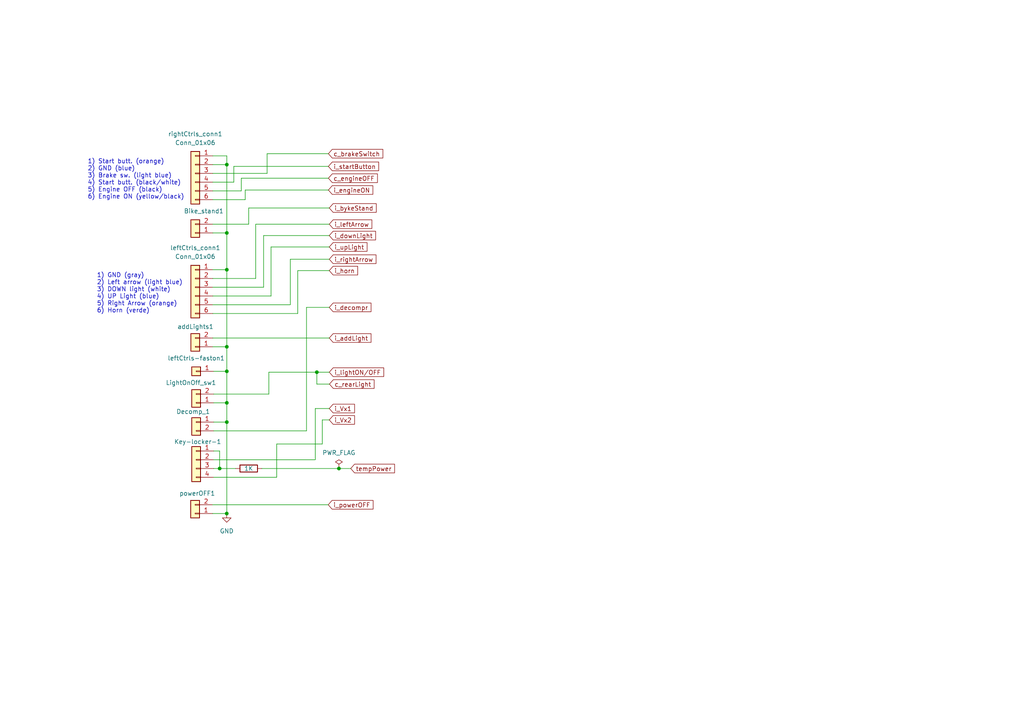
<source format=kicad_sch>
(kicad_sch (version 20231120) (generator "eeschema") (generator_version "8.0")
  (paper "A4")
  (title_block (title "Motorbike lights and services controller") (rev "4.0") (company "Panicosoft") (comment 1 "Logic controller unit") (comment 2 "Motorbiker's buttons and switches controls"))
  (lib_symbols
    (symbol "Connector_Generic:Conn_01x01" (pin_names (offset 1.016) hide)
      (property "Reference" "J" (at 0 2.54 0))
      (property "Value" "Conn_01x01" (at 0 -2.54 0))
      (symbol "Conn_01x01_1_1"
        (rectangle (start -1.27 0.127) (end 0 -0.127) (stroke (width 0.1524)))
        (rectangle (start -1.27 1.27) (end 1.27 -1.27) (stroke (width 0.254)) (fill (type background)))
        (pin passive line (at -5.08 0 0) (length 3.81) (name "Pin_1") (number "1"))
      )
    )
    (symbol "Connector_Generic:Conn_01x02" (pin_names (offset 1.016) hide)
      (property "Reference" "J" (at 0 2.54 0))
      (property "Value" "Conn_01x02" (at 0 -5.08 0))
      (symbol "Conn_01x02_1_1"
        (rectangle (start -1.27 -2.413) (end 0 -2.667) (stroke (width 0.1524)))
        (rectangle (start -1.27 0.127) (end 0 -0.127) (stroke (width 0.1524)))
        (rectangle (start -1.27 1.27) (end 1.27 -3.81) (stroke (width 0.254)) (fill (type background)))
        (pin passive line (at -5.08 0 0) (length 3.81) (name "Pin_1") (number "1"))
        (pin passive line (at -5.08 -2.54 0) (length 3.81) (name "Pin_2") (number "2"))
      )
    )
    (symbol "Connector_Generic:Conn_01x04" (pin_names (offset 1.016) hide)
      (property "Reference" "J" (at 0 5.08 0))
      (property "Value" "Conn_01x04" (at 0 -7.62 0))
      (symbol "Conn_01x04_1_1"
        (rectangle (start -1.27 -4.953) (end 0 -5.207) (stroke (width 0.1524)))
        (rectangle (start -1.27 -2.413) (end 0 -2.667) (stroke (width 0.1524)))
        (rectangle (start -1.27 0.127) (end 0 -0.127) (stroke (width 0.1524)))
        (rectangle (start -1.27 2.667) (end 0 2.413) (stroke (width 0.1524)))
        (rectangle (start -1.27 3.81) (end 1.27 -6.35) (stroke (width 0.254)) (fill (type background)))
        (pin passive line (at -5.08 2.54 0) (length 3.81) (name "Pin_1") (number "1"))
        (pin passive line (at -5.08 0 0) (length 3.81) (name "Pin_2") (number "2"))
        (pin passive line (at -5.08 -2.54 0) (length 3.81) (name "Pin_3") (number "3"))
        (pin passive line (at -5.08 -5.08 0) (length 3.81) (name "Pin_4") (number "4"))
      )
    )
    (symbol "Connector_Generic:Conn_01x06" (pin_names (offset 1.016) hide)
      (property "Reference" "J" (at 0 7.62 0))
      (property "Value" "Conn_01x06" (at 0 -10.16 0))
      (symbol "Conn_01x06_1_1"
        (rectangle (start -1.27 -7.493) (end 0 -7.747) (stroke (width 0.1524)))
        (rectangle (start -1.27 -4.953) (end 0 -5.207) (stroke (width 0.1524)))
        (rectangle (start -1.27 -2.413) (end 0 -2.667) (stroke (width 0.1524)))
        (rectangle (start -1.27 0.127) (end 0 -0.127) (stroke (width 0.1524)))
        (rectangle (start -1.27 2.667) (end 0 2.413) (stroke (width 0.1524)))
        (rectangle (start -1.27 5.207) (end 0 4.953) (stroke (width 0.1524)))
        (rectangle (start -1.27 6.35) (end 1.27 -8.89) (stroke (width 0.254)) (fill (type background)))
        (pin passive line (at -5.08 5.08 0) (length 3.81) (name "Pin_1") (number "1"))
        (pin passive line (at -5.08 2.54 0) (length 3.81) (name "Pin_2") (number "2"))
        (pin passive line (at -5.08 0 0) (length 3.81) (name "Pin_3") (number "3"))
        (pin passive line (at -5.08 -2.54 0) (length 3.81) (name "Pin_4") (number "4"))
        (pin passive line (at -5.08 -5.08 0) (length 3.81) (name "Pin_5") (number "5"))
        (pin passive line (at -5.08 -7.62 0) (length 3.81) (name "Pin_6") (number "6"))
      )
    )
    (symbol "Device:R" (pin_numbers hide) (pin_names (offset 0))
      (property "Reference" "R" (at 2.032 0 90))
      (property "Value" "R" (at 0 0 90))
      (symbol "R_0_1"
        (rectangle (start -1.016 -2.54) (end 1.016 2.54) (stroke (width 0.254)))
      )
      (symbol "R_1_1"
        (pin passive line (at 0 3.81 270) (length 1.27) (name "~") (number "1"))
        (pin passive line (at 0 -3.81 90) (length 1.27) (name "~") (number "2"))
      )
    )
    (symbol "power:GND" (power) (pin_names (offset 0))
      (property "Value" "GND" (at 0 -3.81 0))
      (symbol "GND_0_1"
        (polyline (pts (xy 0 0) (xy 0 -1.27) (xy 1.27 -1.27) (xy 0 -2.54) (xy -1.27 -1.27) (xy 0 -1.27)))
      )
      (symbol "GND_1_1"
        (pin power_in line (at 0 0 270) (length 0) hide (name "GND") (number "1"))
      )
    )
    (symbol "power:PWR_FLAG" (power) (pin_numbers hide) (pin_names (offset 0) hide)
      (property "Value" "PWR_FLAG" (at 0 3.81 0))
      (symbol "PWR_FLAG_0_0"
        (pin power_out line (at 0 0 90) (length 0) (name "pwr") (number "1"))
      )
      (symbol "PWR_FLAG_0_1"
        (polyline (pts (xy 0 0) (xy 0 1.27) (xy -1.016 1.905) (xy 0 2.54) (xy 1.016 1.905) (xy 0 1.27)))
      )
    )
  )
  (junction (at 65.786 116.84))
  (junction (at 65.786 122.428))
  (junction (at 65.786 100.584))
  (junction (at 65.786 47.752))
  (junction (at 91.8972 107.95))
  (junction (at 65.786 107.696))
  (junction (at 65.786 78.232))
  (junction (at 65.786 67.564))
  (junction (at 65.7606 148.9456))
  (junction (at 98.298 135.89))
  (junction (at 63.7032 135.89))
  (wire (pts (xy 75.946 135.89) (xy 98.298 135.89)))
  (wire (pts (xy 91.44 133.35) (xy 91.44 118.491)))
  (wire (pts (xy 88.9 89.154) (xy 95.504 89.154)))
  (wire (pts (xy 61.976 130.81) (xy 63.7032 130.81)))
  (wire (pts (xy 77.978 107.95) (xy 77.978 114.3)))
  (wire (pts (xy 74.168 65.024) (xy 95.504 65.024)))
  (wire (pts (xy 65.786 116.84) (xy 65.786 107.696)))
  (wire (pts (xy 61.722 78.232) (xy 65.786 78.232)))
  (wire (pts (xy 91.8972 107.95) (xy 95.504 107.95)))
  (wire (pts (xy 65.786 107.696) (xy 65.786 100.584)))
  (wire (pts (xy 71.12 55.118) (xy 95.25 55.118)))
  (wire (pts (xy 61.976 138.43) (xy 80.264 138.43)))
  (wire (pts (xy 84.201 75.184) (xy 84.201 88.392)))
  (wire (pts (xy 61.722 85.852) (xy 78.613 85.852)))
  (wire (pts (xy 76.454 68.326) (xy 76.454 83.312)))
  (wire (pts (xy 65.786 45.212) (xy 61.722 45.212)))
  (wire (pts (xy 98.298 135.89) (xy 101.727 135.89)))
  (wire (pts (xy 77.47 50.292) (xy 77.47 44.577)))
  (wire (pts (xy 95.5548 111.4044) (xy 91.8972 111.4044)))
  (wire (pts (xy 61.722 98.044) (xy 95.504 98.044)))
  (wire (pts (xy 67.818 52.832) (xy 61.722 52.832)))
  (wire (pts (xy 95.1992 146.4056) (xy 61.6712 146.4056)))
  (wire (pts (xy 61.722 55.372) (xy 69.977 55.372)))
  (wire (pts (xy 91.44 118.491) (xy 95.504 118.491)))
  (wire (pts (xy 65.7606 148.9456) (xy 65.786 148.9456)))
  (wire (pts (xy 93.472 121.793) (xy 95.504 121.793)))
  (wire (pts (xy 61.976 114.3) (xy 77.978 114.3)))
  (wire (pts (xy 65.786 122.428) (xy 65.786 148.9456)))
  (wire (pts (xy 61.6712 148.9456) (xy 65.7606 148.9456)))
  (wire (pts (xy 77.47 44.577) (xy 95.25 44.577)))
  (wire (pts (xy 65.786 78.232) (xy 65.786 100.584)))
  (wire (pts (xy 72.136 60.325) (xy 95.504 60.325)))
  (wire (pts (xy 61.976 107.696) (xy 65.786 107.696)))
  (wire (pts (xy 61.976 116.84) (xy 65.786 116.84)))
  (wire (pts (xy 65.786 67.564) (xy 65.786 78.232)))
  (wire (pts (xy 61.722 47.752) (xy 65.786 47.752)))
  (wire (pts (xy 65.786 67.564) (xy 61.722 67.564)))
  (wire (pts (xy 61.722 80.772) (xy 74.168 80.772)))
  (wire (pts (xy 67.818 48.26) (xy 95.25 48.26)))
  (wire (pts (xy 88.9 89.154) (xy 88.9 124.968)))
  (wire (pts (xy 67.818 48.26) (xy 67.818 52.832)))
  (wire (pts (xy 61.976 122.428) (xy 65.786 122.428)))
  (wire (pts (xy 65.786 47.752) (xy 65.786 45.212)))
  (wire (pts (xy 76.454 68.326) (xy 95.504 68.326)))
  (wire (pts (xy 65.786 116.84) (xy 65.786 122.428)))
  (wire (pts (xy 63.7032 135.89) (xy 68.326 135.89)))
  (wire (pts (xy 61.722 65.024) (xy 72.136 65.024)))
  (wire (pts (xy 71.12 55.118) (xy 71.12 57.912)))
  (wire (pts (xy 63.7032 130.81) (xy 63.7032 135.89)))
  (wire (pts (xy 65.786 47.752) (xy 65.786 67.564)))
  (wire (pts (xy 61.722 88.392) (xy 84.201 88.392)))
  (wire (pts (xy 80.264 128.778) (xy 93.472 128.778)))
  (wire (pts (xy 93.472 128.778) (xy 93.472 121.793)))
  (wire (pts (xy 91.8972 111.4044) (xy 91.8972 107.95)))
  (wire (pts (xy 61.976 135.89) (xy 63.7032 135.89)))
  (wire (pts (xy 69.977 55.372) (xy 69.977 51.689)))
  (wire (pts (xy 88.9 124.968) (xy 61.976 124.968)))
  (wire (pts (xy 78.613 71.628) (xy 95.504 71.628)))
  (wire (pts (xy 61.722 83.312) (xy 76.454 83.312)))
  (wire (pts (xy 61.722 50.292) (xy 77.47 50.292)))
  (wire (pts (xy 61.976 133.35) (xy 91.44 133.35)))
  (wire (pts (xy 77.978 107.95) (xy 91.8972 107.95)))
  (wire (pts (xy 71.12 57.912) (xy 61.722 57.912)))
  (wire (pts (xy 84.201 75.184) (xy 95.504 75.184)))
  (wire (pts (xy 80.264 138.43) (xy 80.264 128.778)))
  (wire (pts (xy 86.36 78.486) (xy 95.504 78.486)))
  (wire (pts (xy 74.168 80.772) (xy 74.168 65.024)))
  (wire (pts (xy 78.613 85.852) (xy 78.613 71.628)))
  (wire (pts (xy 61.722 100.584) (xy 65.786 100.584)))
  (wire (pts (xy 86.36 78.486) (xy 86.36 90.932)))
  (wire (pts (xy 61.722 90.932) (xy 86.36 90.932)))
  (wire (pts (xy 72.136 65.024) (xy 72.136 60.325)))
  (wire (pts (xy 69.977 51.689) (xy 95.25 51.689)))
  (text "1) Start butt. (orange)\n2) GND (blue)\n3) Brake sw. (light blue)\n4) Start butt. (black/white)\n5) Engine OFF (black)\n6) Engine ON (yellow/black)" (at 25.4 57.912 0) (effects (font (size 1.27 1.27)) (justify left bottom)))
  (text "1) GND (gray)\n2) Left arrow (light blue)\n3) DOWN light (white)\n4) UP Light (blue)\n5) Right Arrow (orange)\n6) Horn (verde)" (at 28.067 90.932 0) (effects (font (size 1.27 1.27)) (justify left bottom)))
  (global_label "i_powerOFF" (shape input) (at 95.1992 146.4056 0) (property "Intersheetrefs" "${INTERSHEET_REFS}" (effects (hide yes))) (property "Riferimenti inter-foglio" "${INTERSHEET_REFS}" (effects (hide yes))))
  (global_label "c_engineOFF" (shape input) (at 95.25 51.689 0) (property "Intersheetrefs" "${INTERSHEET_REFS}" (effects (hide yes))) (property "Riferimenti inter-foglio" "${INTERSHEET_REFS}" (effects (hide yes))))
  (global_label "i_Vx1" (shape input) (at 95.504 118.491 0) (property "Intersheetrefs" "${INTERSHEET_REFS}" (effects (hide yes))) (property "Riferimenti inter-foglio" "${INTERSHEET_REFS}" (effects (hide yes))))
  (global_label "c_brakeSwitch" (shape input) (at 95.25 44.577 0) (property "Intersheetrefs" "${INTERSHEET_REFS}" (effects (hide yes))) (property "Riferimenti inter-foglio" "${INTERSHEET_REFS}" (effects (hide yes))))
  (global_label "i_upLight" (shape input) (at 95.504 71.628 0) (property "Intersheetrefs" "${INTERSHEET_REFS}" (effects (hide yes))) (property "Riferimenti inter-foglio" "${INTERSHEET_REFS}" (effects (hide yes))))
  (global_label "i_addLight" (shape input) (at 95.504 98.044 0) (property "Intersheetrefs" "${INTERSHEET_REFS}" (effects (hide yes))) (property "Riferimenti inter-foglio" "${INTERSHEET_REFS}" (effects (hide yes))))
  (global_label "i_startButton" (shape input) (at 95.25 48.26 0) (property "Intersheetrefs" "${INTERSHEET_REFS}" (effects (hide yes))) (property "Riferimenti inter-foglio" "${INTERSHEET_REFS}" (effects (hide yes))))
  (global_label "i_downLight" (shape input) (at 95.504 68.326 0) (property "Intersheetrefs" "${INTERSHEET_REFS}" (effects (hide yes))) (property "Riferimenti inter-foglio" "${INTERSHEET_REFS}" (effects (hide yes))))
  (global_label "i_engineON" (shape input) (at 95.25 55.118 0) (property "Intersheetrefs" "${INTERSHEET_REFS}" (effects (hide yes))) (property "Riferimenti inter-foglio" "${INTERSHEET_REFS}" (effects (hide yes))))
  (global_label "i_Vx2" (shape input) (at 95.504 121.793 0) (property "Intersheetrefs" "${INTERSHEET_REFS}" (effects (hide yes))) (property "Riferimenti inter-foglio" "${INTERSHEET_REFS}" (effects (hide yes))))
  (global_label "i_leftArrow" (shape input) (at 95.504 65.024 0) (property "Intersheetrefs" "${INTERSHEET_REFS}" (effects (hide yes))) (property "Riferimenti inter-foglio" "${INTERSHEET_REFS}" (effects (hide yes))))
  (global_label "i_rightArrow" (shape input) (at 95.504 75.184 0) (property "Intersheetrefs" "${INTERSHEET_REFS}" (effects (hide yes))) (property "Riferimenti inter-foglio" "${INTERSHEET_REFS}" (effects (hide yes))))
  (global_label "i_bykeStand" (shape input) (at 95.504 60.325 0) (property "Intersheetrefs" "${INTERSHEET_REFS}" (effects (hide yes))) (property "Riferimenti inter-foglio" "${INTERSHEET_REFS}" (effects (hide yes))))
  (global_label "i_horn" (shape input) (at 95.504 78.486 0) (property "Intersheetrefs" "${INTERSHEET_REFS}" (effects (hide yes))) (property "Riferimenti inter-foglio" "${INTERSHEET_REFS}" (effects (hide yes))))
  (global_label "c_rearLight" (shape input) (at 95.5548 111.4044 0) (property "Intersheetrefs" "${INTERSHEET_REFS}" (effects (hide yes))) (property "Riferimenti inter-foglio" "${INTERSHEET_REFS}" (effects (hide yes))))
  (global_label "i_decompr" (shape input) (at 95.504 89.154 0) (property "Intersheetrefs" "${INTERSHEET_REFS}" (effects (hide yes))) (property "Riferimenti inter-foglio" "${INTERSHEET_REFS}" (effects (hide yes))))
  (global_label "i_lightON{slash}OFF" (shape input) (at 95.504 107.95 0) (property "Intersheetrefs" "${INTERSHEET_REFS}" (effects (hide yes))) (property "Riferimenti inter-foglio" "${INTERSHEET_REFS}" (effects (hide yes))))
  (global_label "tempPower" (shape input) (at 101.727 135.89 0) (property "Intersheetrefs" "${INTERSHEET_REFS}" (effects (hide yes))) (property "Riferimenti inter-foglio" "${INTERSHEET_REFS}" (effects (hide yes))))
  (symbol (lib_id "Connector_Generic:Conn_01x02") (at 56.642 67.564 180) (unit 1)
    (property "Reference" "Bike_stand1" (at 64.897 61.214 0) (effects (justify left)))
    (property "Value" "Conn_01x02" (effects (hide yes)))
    (property "Footprint" "Connector_Wire:SolderWire-0.15sqmm_1x02_P4mm_D0.5mm_OD1.5mm" (effects (hide yes)))
  )
  (symbol (lib_id "Connector_Generic:Conn_01x02") (at 56.896 116.84 180) (unit 1)
    (property "Reference" "LightOnOff_sw1" (at 62.738 110.998 0) (effects (justify left)))
    (property "Value" "Conn_01x02" (effects (hide yes)))
    (property "Footprint" "Connector_Wire:SolderWire-0.15sqmm_1x02_P4mm_D0.5mm_OD1.5mm" (effects (hide yes)))
  )
  (symbol (lib_id "power:GND") (at 65.7606 148.9456 0) (unit 1)
    (property "Reference" "#PWR0108" (effects (hide yes)))
    (property "Value" "GND" (at 65.7606 154.0256 0))
  )
  (symbol (lib_id "Connector_Generic:Conn_01x06") (at 56.642 83.312 0) (mirror y) (unit 1)
    (property "Reference" "leftCtrls_conn1" (at 56.642 71.882 0))
    (property "Value" "Conn_01x06" (at 56.642 74.422 0))
    (property "Footprint" "Connector_Wire:SolderWire-0.25sqmm_1x06_P4.2mm_D0.65mm_OD1.7mm" (effects (hide yes)))
  )
  (symbol (lib_id "Connector_Generic:Conn_01x02") (at 56.642 100.584 180) (unit 1)
    (property "Reference" "addLights1" (at 61.976 94.742 0) (effects (justify left)))
    (property "Value" "Conn_01x02" (effects (hide yes)))
    (property "Footprint" "Connector_Wire:SolderWire-0.15sqmm_1x02_P4mm_D0.5mm_OD1.5mm" (effects (hide yes)))
  )
  (symbol (lib_id "Connector_Generic:Conn_01x02") (at 56.896 122.428 0) (mirror y) (unit 1)
    (property "Reference" "Decomp_1" (at 60.96 119.38 0) (effects (justify left)))
    (property "Value" "Conn_01x02" (effects (hide yes)))
    (property "Footprint" "Connector_Wire:SolderWire-0.15sqmm_1x02_P4mm_D0.5mm_OD1.5mm" (effects (hide yes)))
  )
  (symbol (lib_id "Connector_Generic:Conn_01x01") (at 56.896 107.696 180) (unit 1)
    (property "Reference" "leftCtrls-faston1" (at 56.896 103.886 0))
    (property "Value" "Conn_01x01" (effects (hide yes)))
    (property "Footprint" "Connector_Wire:SolderWire-0.5sqmm_1x01_D0.9mm_OD2.1mm" (effects (hide yes)))
  )
  (symbol (lib_id "power:PWR_FLAG") (at 98.298 135.89 0) (unit 1)
    (property "Reference" "#FLG0103" (effects (hide yes)))
    (property "Value" "PWR_FLAG" (at 98.298 131.318 0))
  )
  (symbol (lib_id "Device:R") (at 72.136 135.89 270) (unit 1)
    (property "Reference" "R1" (effects (hide yes)))
    (property "Value" "1K" (at 72.136 135.89 90))
    (property "Footprint" "Resistor_THT:R_Axial_DIN0204_L3.6mm_D1.6mm_P5.08mm_Horizontal" (effects (hide yes)))
  )
  (symbol (lib_id "Connector_Generic:Conn_01x06") (at 56.642 50.292 0) (mirror y) (unit 1)
    (property "Reference" "rightCtrls_conn1" (at 56.642 38.862 0))
    (property "Value" "Conn_01x06" (at 56.642 41.402 0))
    (property "Footprint" "Connector_Wire:SolderWire-0.15sqmm_1x06_P4mm_D0.5mm_OD1.5mm" (effects (hide yes)))
  )
  (symbol (lib_id "Connector_Generic:Conn_01x04") (at 56.896 133.35 0) (mirror y) (unit 1)
    (property "Reference" "Key-locker-1" (at 57.3532 128.1176 0))
    (property "Value" "Conn_01x04" (effects (hide yes)))
    (property "Footprint" "Connector_PinHeader_2.54mm:PinHeader_1x04_P2.54mm_Vertical" (effects (hide yes)))
  )
  (symbol (lib_id "Connector_Generic:Conn_01x02") (at 56.5912 148.9456 180) (unit 1)
    (property "Reference" "powerOFF1" (at 62.4332 143.1036 0) (effects (justify left)))
    (property "Value" "Conn_01x02" (effects (hide yes)))
    (property "Footprint" "Connector_Wire:SolderWire-0.15sqmm_1x02_P4mm_D0.5mm_OD1.5mm" (effects (hide yes)))
  )
)
</source>
